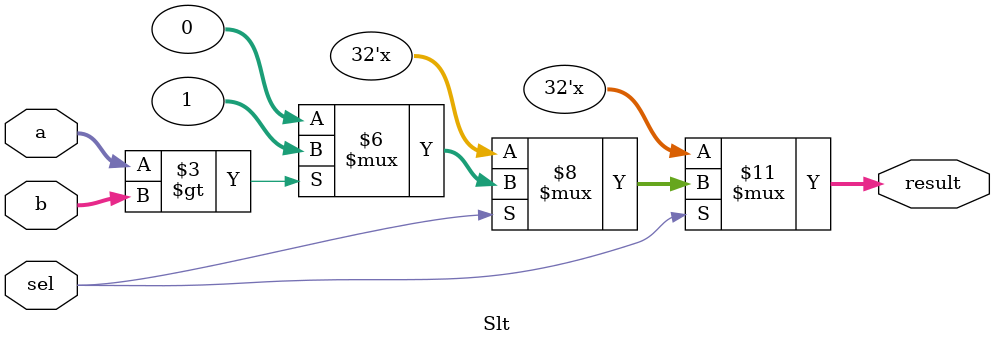
<source format=v>
`timescale 1ns / 1ps


module Slt(input[31:0] a, b, input sel, output reg [31:0] result);
    always @(*)
        if(sel == 1)begin
            if(a > b) result = 32'b1;
            else result = 32'b0;
        end
        else result = 32'bxxxxxxxxxxxxxxxxxxxxxxxxxxxxxxxx;
endmodule

</source>
